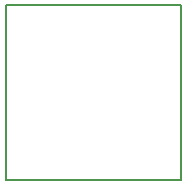
<source format=gm1>
G04 MADE WITH FRITZING*
G04 WWW.FRITZING.ORG*
G04 DOUBLE SIDED*
G04 HOLES PLATED*
G04 CONTOUR ON CENTER OF CONTOUR VECTOR*
%ASAXBY*%
%FSLAX23Y23*%
%MOIN*%
%OFA0B0*%
%SFA1.0B1.0*%
%ADD10R,0.590551X0.590551*%
%ADD11C,0.008000*%
%ADD10C,0.008*%
%LNCONTOUR*%
G90*
G70*
G54D10*
G54D11*
X4Y587D02*
X587Y587D01*
X587Y4D01*
X4Y4D01*
X4Y587D01*
D02*
G04 End of contour*
M02*
</source>
